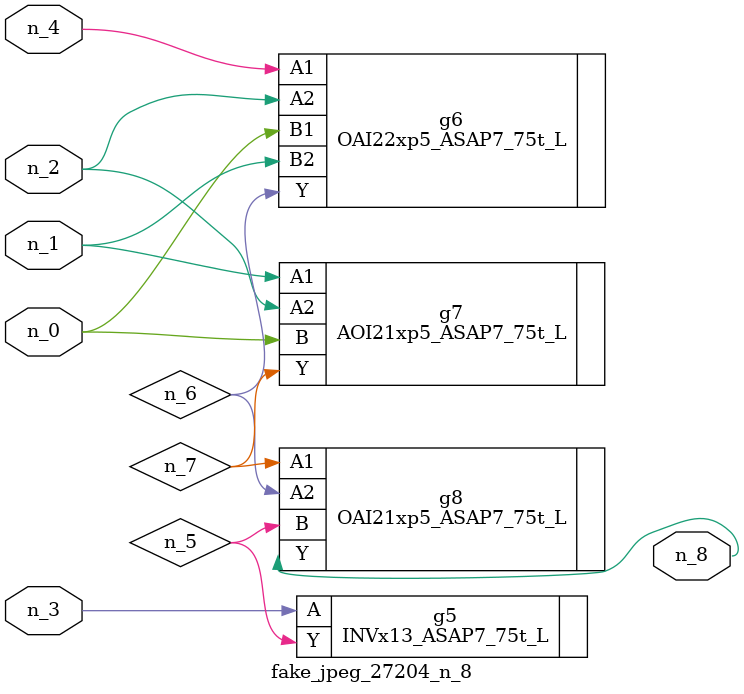
<source format=v>
module fake_jpeg_27204_n_8 (n_3, n_2, n_1, n_0, n_4, n_8);

input n_3;
input n_2;
input n_1;
input n_0;
input n_4;

output n_8;

wire n_6;
wire n_5;
wire n_7;

INVx13_ASAP7_75t_L g5 ( 
.A(n_3),
.Y(n_5)
);

OAI22xp5_ASAP7_75t_L g6 ( 
.A1(n_4),
.A2(n_2),
.B1(n_0),
.B2(n_1),
.Y(n_6)
);

AOI21xp5_ASAP7_75t_L g7 ( 
.A1(n_1),
.A2(n_2),
.B(n_0),
.Y(n_7)
);

OAI21xp5_ASAP7_75t_L g8 ( 
.A1(n_7),
.A2(n_6),
.B(n_5),
.Y(n_8)
);


endmodule
</source>
